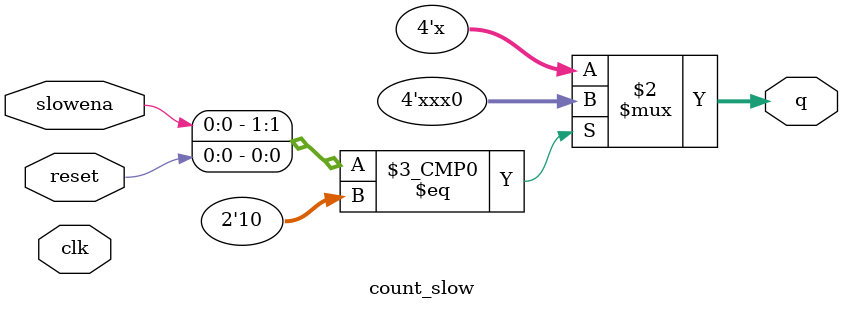
<source format=v>

module count_slow(
    input clk,
    input slowena,
    input reset,
    output reg [3:0] q);

// On the positive edge of the clock:
// if reset is high, reset the output q to 0. 
// Otherwise, only increment the output q if the ena input is high and q is not 9.
always @(*) begin
	case ({slowena, reset})
	2'b10: q <= {q[2:0], 1'b0};
	endcase
end

endmodule

</source>
